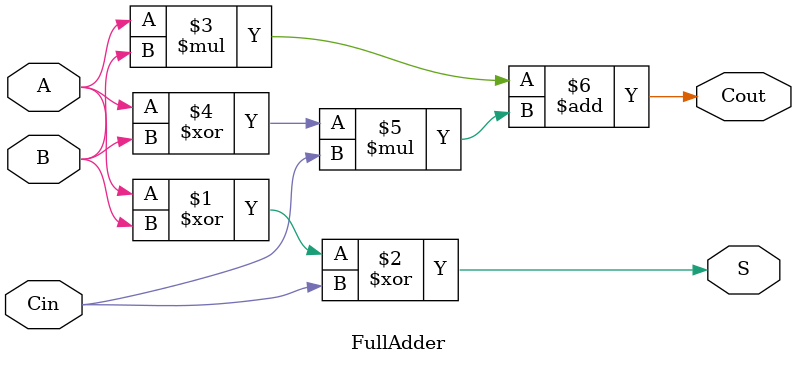
<source format=v>
module FullAdder(output Cout,S,input A,B,Cin);
  
  
  
  assign S= A^B^Cin;
  assign Cout=(A*B)+(A^B)*Cin;
  
  
  
endmodule 
</source>
